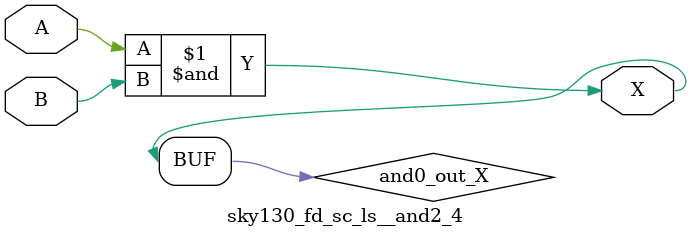
<source format=v>
/*
 * Copyright 2020 The SkyWater PDK Authors
 *
 * Licensed under the Apache License, Version 2.0 (the "License");
 * you may not use this file except in compliance with the License.
 * You may obtain a copy of the License at
 *
 *     https://www.apache.org/licenses/LICENSE-2.0
 *
 * Unless required by applicable law or agreed to in writing, software
 * distributed under the License is distributed on an "AS IS" BASIS,
 * WITHOUT WARRANTIES OR CONDITIONS OF ANY KIND, either express or implied.
 * See the License for the specific language governing permissions and
 * limitations under the License.
 *
 * SPDX-License-Identifier: Apache-2.0
*/


`ifndef SKY130_FD_SC_LS__AND2_4_FUNCTIONAL_V
`define SKY130_FD_SC_LS__AND2_4_FUNCTIONAL_V

/**
 * and2: 2-input AND.
 *
 * Verilog simulation functional model.
 */

`timescale 1ns / 1ps
`default_nettype none

`celldefine
module sky130_fd_sc_ls__and2_4 (
    X,
    A,
    B
);

    // Module ports
    output X;
    input  A;
    input  B;

    // Local signals
    wire and0_out_X;

    //  Name  Output      Other arguments
    and and0 (and0_out_X, A, B           );
    buf buf0 (X         , and0_out_X     );

endmodule
`endcelldefine

`default_nettype wire
`endif  // SKY130_FD_SC_LS__AND2_4_FUNCTIONAL_V

</source>
